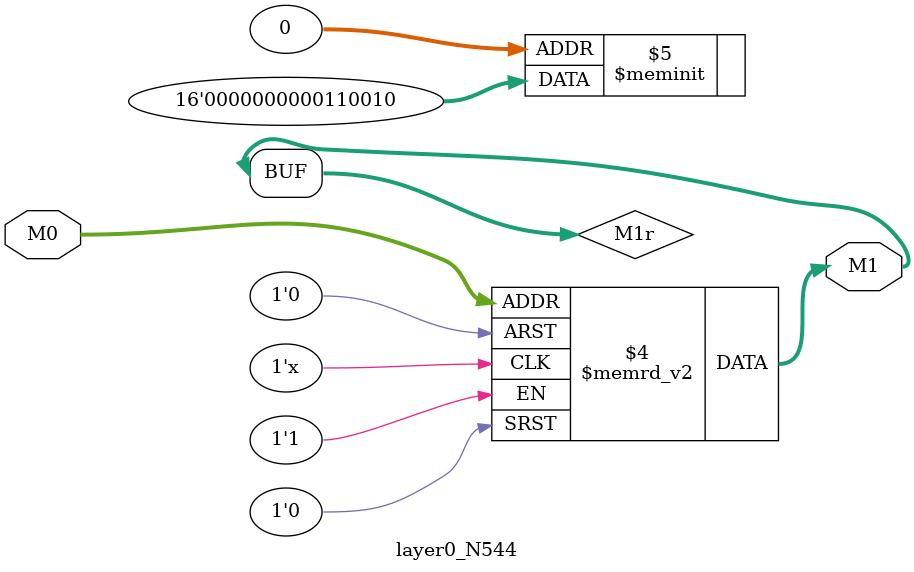
<source format=v>
module layer0_N544 ( input [2:0] M0, output [1:0] M1 );

	(*rom_style = "distributed" *) reg [1:0] M1r;
	assign M1 = M1r;
	always @ (M0) begin
		case (M0)
			3'b000: M1r = 2'b10;
			3'b100: M1r = 2'b00;
			3'b010: M1r = 2'b11;
			3'b110: M1r = 2'b00;
			3'b001: M1r = 2'b00;
			3'b101: M1r = 2'b00;
			3'b011: M1r = 2'b00;
			3'b111: M1r = 2'b00;

		endcase
	end
endmodule

</source>
